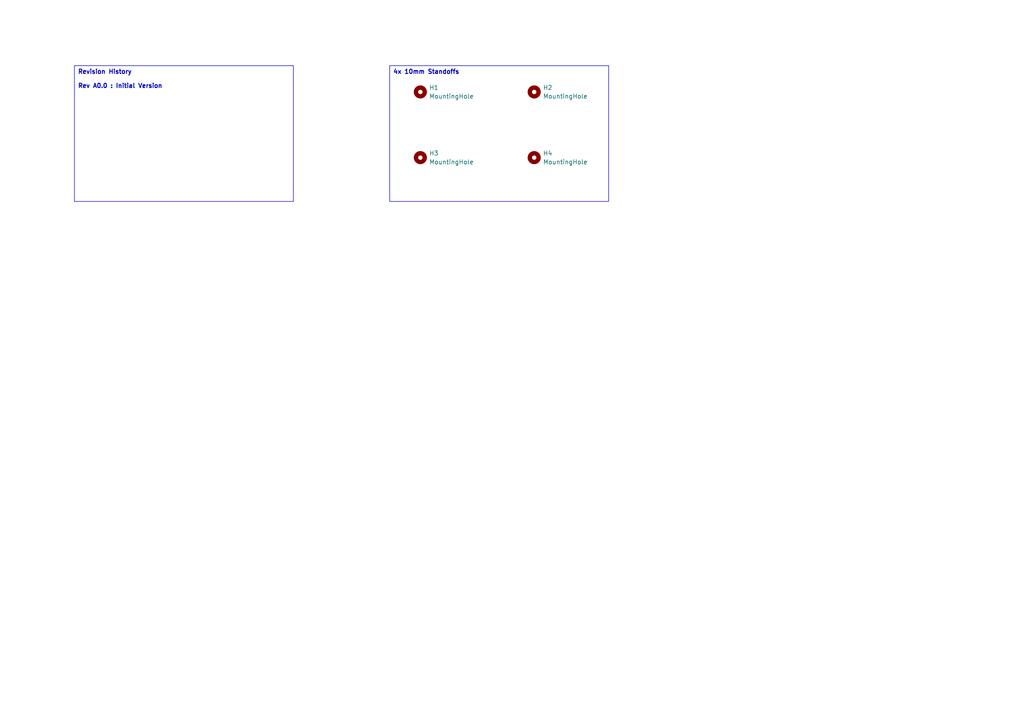
<source format=kicad_sch>
(kicad_sch (version 20230121) (generator eeschema)
  (paper "A4")
  (title_block (title "The Raspberry Jam") (date "2024-02-05") (rev "REV A0") (company "Engineer: Jed Scott"))
  (lib_symbols
    (symbol "Mechanical:MountingHole" (pin_names (offset 1.016))
      (property "Reference" "H" (at 0 5.08 0))
      (property "Value" "MountingHole" (at 0 3.175 0))
      (symbol "MountingHole_0_1"
        (circle (center 0 0) (radius 1.27) (stroke (width 1.27)))
      )
    )
  )
  (text_box "Revision History\n\nRev A0.0 : Initial Version" (at 21.59 19.05 0) (size 63.5 39.37) (effects (font (size 1.27 1.27) (thickness 0.254) bold) (justify left top)))
  (text_box "4x 10mm Standoffs" (at 113.03 19.05 0) (size 63.5 39.37) (effects (font (size 1.27 1.27) (thickness 0.254) bold) (justify left top)))
  (symbol (lib_id "Mechanical:MountingHole") (at 154.94 26.67 0) (unit 1)
    (property "Reference" "H2" (at 157.48 25.4 0) (effects (justify left)))
    (property "Value" "MountingHole" (at 157.48 27.94 0) (effects (justify left)))
    (property "Footprint" "MountingHole:MountingHole_2.2mm_M2" (effects hide))
  )
  (symbol (lib_id "Mechanical:MountingHole") (at 121.92 26.67 0) (unit 1)
    (property "Reference" "H1" (at 124.46 25.4 0) (effects (justify left)))
    (property "Value" "MountingHole" (at 124.46 27.94 0) (effects (justify left)))
    (property "Footprint" "MountingHole:MountingHole_2.2mm_M2" (effects hide))
  )
  (symbol (lib_id "Mechanical:MountingHole") (at 121.92 45.72 0) (unit 1)
    (property "Reference" "H3" (at 124.46 44.45 0) (effects (justify left)))
    (property "Value" "MountingHole" (at 124.46 46.99 0) (effects (justify left)))
    (property "Footprint" "MountingHole:MountingHole_2.2mm_M2" (effects hide))
  )
  (symbol (lib_id "Mechanical:MountingHole") (at 154.94 45.72 0) (unit 1)
    (property "Reference" "H4" (at 157.48 44.45 0) (effects (justify left)))
    (property "Value" "MountingHole" (at 157.48 46.99 0) (effects (justify left)))
    (property "Footprint" "MountingHole:MountingHole_2.2mm_M2" (effects hide))
  )
)
</source>
